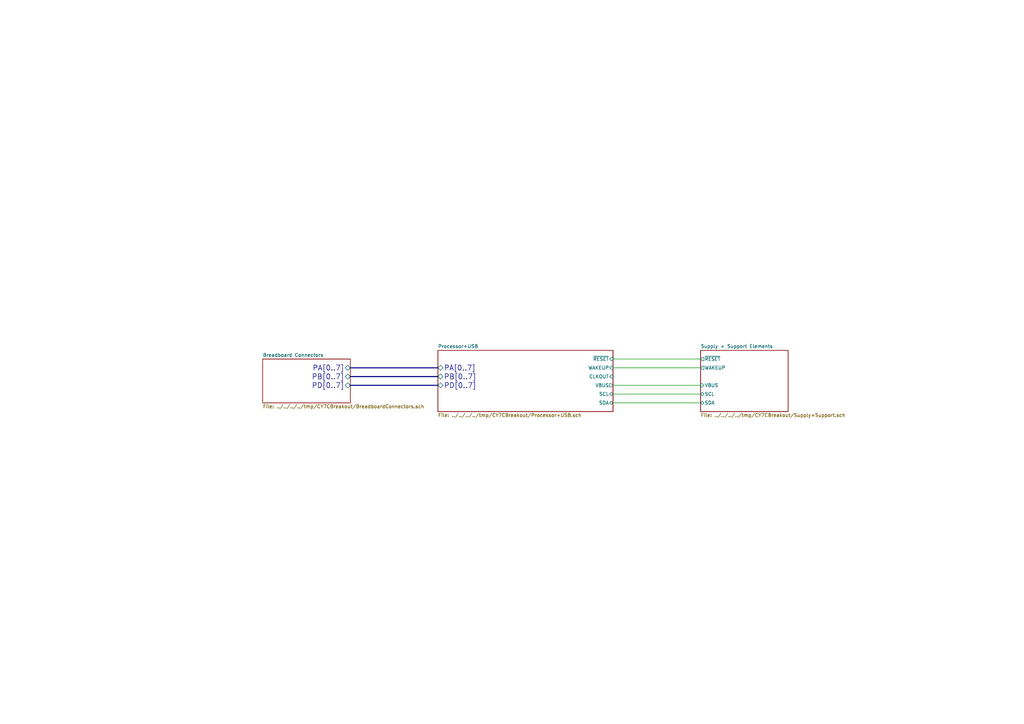
<source format=kicad_sch>
(kicad_sch (version 20230121) (generator eeschema)
  (paper "A4")
  (title_block (company "Rachel Mant"))
  (lib_symbols)
  (wire (pts (xy 177.8 104.14) (xy 203.2 104.14)))
  (wire (pts (xy 177.8 116.84) (xy 203.2 116.84)))
  (wire (pts (xy 203.2 114.3) (xy 177.8 114.3)))
  (bus (pts (xy 101.6 106.68) (xy 127 106.68)))
  (bus (pts (xy 127 109.22) (xy 101.6 109.22)))
  (wire (pts (xy 177.8 111.76) (xy 203.2 111.76)))
  (bus (pts (xy 101.6 111.76) (xy 127 111.76)))
  (wire (pts (xy 203.2 106.68) (xy 177.8 106.68)))
  (sheet (at 76.2 104.14) (size 25.4 12.7)
    (property "Sheetname" "Breadboard Connectors" (at 76.2 103.5681 0) (effects (font (size 0.9906 0.9906)) (justify left bottom)))
    (property "Sheetfile" "../../../../tmp/CY7CBreakout/BreadboardConnectors.sch" (at 76.2 117.3128 0) (effects (font (size 0.9906 0.9906)) (justify left top)))
    (pin "PA[0..7]" bidirectional (at 101.6 106.68 0) (effects (font (size 1.4986 1.4986))))
    (pin "PB[0..7]" bidirectional (at 101.6 109.22 0) (effects (font (size 1.4986 1.4986))))
    (pin "PD[0..7]" bidirectional (at 101.6 111.76 0) (effects (font (size 1.4986 1.4986))))
  )
  (sheet (at 127 101.6) (size 50.8 17.78)
    (property "Sheetname" "Processor+USB" (at 127 101.0281 0) (effects (font (size 0.9906 0.9906)) (justify left bottom)))
    (property "Sheetfile" "../../../../tmp/CY7CBreakout/Processor+USB.sch" (at 127 119.8528 0) (effects (font (size 0.9906 0.9906)) (justify left top)))
    (pin "~{RESET}" input (at 177.8 104.14 0) (effects (font (size 0.9906 0.9906))))
    (pin "WAKEUP" input (at 177.8 106.68 0) (effects (font (size 0.9906 0.9906))))
    (pin "SCL" bidirectional (at 177.8 114.3 0) (effects (font (size 0.9906 0.9906))))
    (pin "SDA" bidirectional (at 177.8 116.84 0) (effects (font (size 0.9906 0.9906))))
    (pin "CLKOUT" input (at 177.8 109.22 0) (effects (font (size 0.9906 0.9906))))
    (pin "PB[0..7]" bidirectional (at 127 109.22 180) (effects (font (size 1.4986 1.4986))))
    (pin "PD[0..7]" bidirectional (at 127 111.76 180) (effects (font (size 1.4986 1.4986))))
    (pin "PA[0..7]" bidirectional (at 127 106.68 180) (effects (font (size 1.4986 1.4986))))
    (pin "VBUS" output (at 177.8 111.76 0) (effects (font (size 0.9906 0.9906))))
  )
  (sheet (at 203.2 101.6) (size 25.4 17.78)
    (property "Sheetname" "Supply + Support Elements" (at 203.2 101.0281 0) (effects (font (size 0.9906 0.9906)) (justify left bottom)))
    (property "Sheetfile" "../../../../tmp/CY7CBreakout/Supply+Support.sch" (at 203.2 119.8528 0) (effects (font (size 0.9906 0.9906)) (justify left top)))
    (pin "SDA" bidirectional (at 203.2 116.84 180) (effects (font (size 0.9906 0.9906))))
    (pin "SCL" bidirectional (at 203.2 114.3 180) (effects (font (size 0.9906 0.9906))))
    (pin "WAKEUP" output (at 203.2 106.68 180) (effects (font (size 0.9906 0.9906))))
    (pin "~{RESET}" output (at 203.2 104.14 180) (effects (font (size 0.9906 0.9906))))
    (pin "VBUS" input (at 203.2 111.76 180) (effects (font (size 0.9906 0.9906))))
  )
)
</source>
